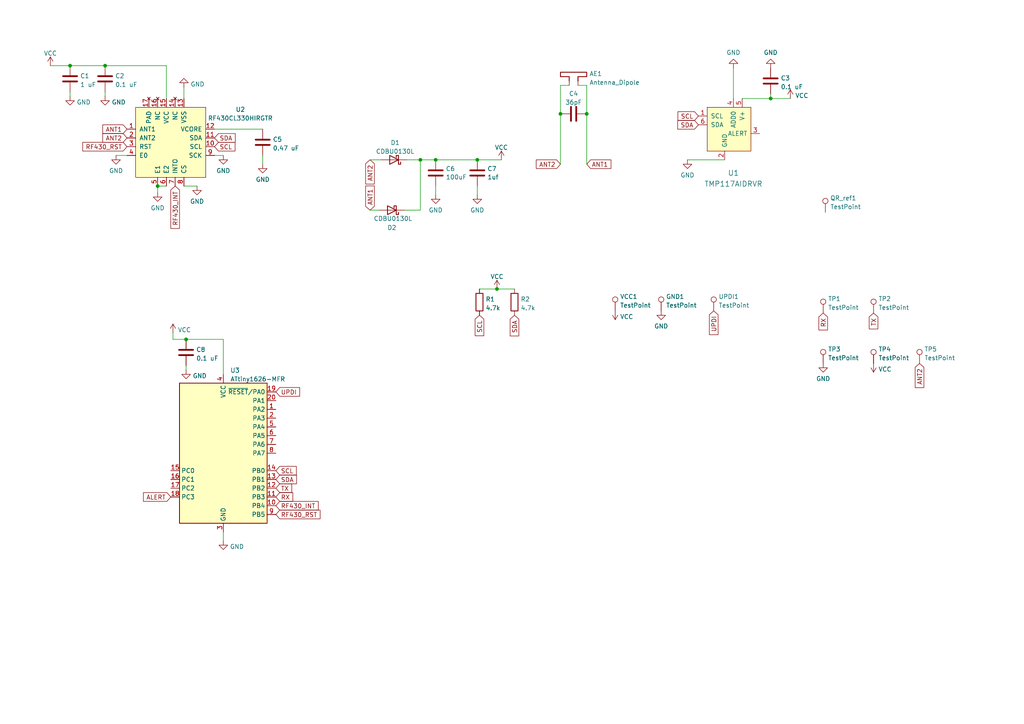
<source format=kicad_sch>
(kicad_sch (version 20231120) (generator "eeschema") (generator_version "8.0")
  (paper "A4")
  (lib_symbols
    (symbol "Connector:TestPoint" (pin_numbers hide) (pin_names (offset 0.762) hide)
      (property "Reference" "TP" (at 0 6.858 0))
      (property "Value" "TestPoint" (at 0 5.08 0))
      (symbol "TestPoint_0_1"
        (circle (center 0 3.302) (radius 0.762))
      )
      (symbol "TestPoint_1_1"
        (pin passive line (at 0 0 90) (length 2.54) (name "1") (number "1"))
      )
    )
    (symbol "Device:Antenna_Dipole" (pin_numbers hide) (pin_names (offset 1.016) hide)
      (property "Reference" "AE" (at 1.27 1.27 0))
      (property "Value" "Antenna_Dipole" (at 1.27 0 0))
      (symbol "Antenna_Dipole_0_1"
        (polyline (pts (xy 2.54 -3.81) (xy 2.54 -2.54) (xy 5.08 -2.54) (xy 5.08 -1.27) (xy -2.54 -1.27) (xy -2.54 -2.54) (xy 0 -2.54) (xy 0 -3.81)) (stroke (width 0.254)))
      )
      (symbol "Antenna_Dipole_1_1"
        (pin input line (at 0 -5.08 90) (length 2.54) (name "~") (number "1"))
        (pin input line (at 2.54 -5.08 90) (length 2.54) (name "~") (number "2"))
      )
    )
    (symbol "Device:C" (pin_numbers hide) (pin_names (offset 0.254))
      (property "Reference" "C" (at 0.635 2.54 0))
      (property "Value" "C" (at 0.635 -2.54 0))
      (symbol "C_0_1"
        (polyline (pts (xy -2.032 -0.762) (xy 2.032 -0.762)) (stroke (width 0.508)))
        (polyline (pts (xy -2.032 0.762) (xy 2.032 0.762)) (stroke (width 0.508)))
      )
      (symbol "C_1_1"
        (pin passive line (at 0 3.81 270) (length 2.794) (name "~") (number "1"))
        (pin passive line (at 0 -3.81 90) (length 2.794) (name "~") (number "2"))
      )
    )
    (symbol "Device:D_Schottky" (pin_numbers hide) (pin_names (offset 1.016) hide)
      (property "Reference" "D" (at 0 2.54 0))
      (property "Value" "D_Schottky" (at 0 -2.54 0))
      (symbol "D_Schottky_0_1"
        (polyline (pts (xy 1.27 0) (xy -1.27 0)))
        (polyline (pts (xy 1.27 1.27) (xy 1.27 -1.27) (xy -1.27 0) (xy 1.27 1.27)) (stroke (width 0.254)))
        (polyline (pts (xy -1.905 0.635) (xy -1.905 1.27) (xy -1.27 1.27) (xy -1.27 -1.27) (xy -0.635 -1.27) (xy -0.635 -0.635)) (stroke (width 0.254)))
      )
      (symbol "D_Schottky_1_1"
        (pin passive line (at -3.81 0 0) (length 2.54) (name "K") (number "1"))
        (pin passive line (at 3.81 0 180) (length 2.54) (name "A") (number "2"))
      )
    )
    (symbol "Device:R" (pin_numbers hide) (pin_names (offset 0))
      (property "Reference" "R" (at 2.032 0 90))
      (property "Value" "R" (at 0 0 90))
      (symbol "R_0_1"
        (rectangle (start -1.016 -2.54) (end 1.016 2.54) (stroke (width 0.254)))
      )
      (symbol "R_1_1"
        (pin passive line (at 0 3.81 270) (length 1.27) (name "~") (number "1"))
        (pin passive line (at 0 -3.81 90) (length 1.27) (name "~") (number "2"))
      )
    )
    (symbol "MCU_Microchip_ATtiny:ATtiny1626-M"
      (property "Reference" "U" (at -12.7 21.59 0))
      (property "Value" "ATtiny1626-M" (at 2.54 -21.59 0))
      (symbol "ATtiny1626-M_0_1"
        (rectangle (start -12.7 -20.32) (end 12.7 20.32) (stroke (width 0.254)) (fill (type background)))
      )
      (symbol "ATtiny1626-M_1_1"
        (pin bidirectional line (at 15.24 12.7 180) (length 2.54) (name "PA2") (number "1"))
        (pin bidirectional line (at 15.24 -15.24 180) (length 2.54) (name "PB4") (number "10"))
        (pin bidirectional line (at 15.24 -12.7 180) (length 2.54) (name "PB3") (number "11"))
        (pin bidirectional line (at 15.24 -10.16 180) (length 2.54) (name "PB2") (number "12"))
        (pin bidirectional line (at 15.24 -7.62 180) (length 2.54) (name "PB1") (number "13"))
        (pin bidirectional line (at 15.24 -5.08 180) (length 2.54) (name "PB0") (number "14"))
        (pin bidirectional line (at -15.24 -5.08 0) (length 2.54) (name "PC0") (number "15"))
        (pin bidirectional line (at -15.24 -7.62 0) (length 2.54) (name "PC1") (number "16"))
        (pin bidirectional line (at -15.24 -10.16 0) (length 2.54) (name "PC2") (number "17"))
        (pin bidirectional line (at -15.24 -12.7 0) (length 2.54) (name "PC3") (number "18"))
        (pin bidirectional line (at 15.24 17.78 180) (length 2.54) (name "~{RESET}/PA0") (number "19"))
        (pin bidirectional line (at 15.24 10.16 180) (length 2.54) (name "PA3") (number "2"))
        (pin bidirectional line (at 15.24 15.24 180) (length 2.54) (name "PA1") (number "20"))
        (pin passive line (at 0 -22.86 90) (length 2.54) hide (name "GND") (number "21"))
        (pin power_in line (at 0 -22.86 90) (length 2.54) (name "GND") (number "3"))
        (pin power_in line (at 0 22.86 270) (length 2.54) (name "VCC") (number "4"))
        (pin bidirectional line (at 15.24 7.62 180) (length 2.54) (name "PA4") (number "5"))
        (pin bidirectional line (at 15.24 5.08 180) (length 2.54) (name "PA5") (number "6"))
        (pin bidirectional line (at 15.24 2.54 180) (length 2.54) (name "PA6") (number "7"))
        (pin bidirectional line (at 15.24 0 180) (length 2.54) (name "PA7") (number "8"))
        (pin bidirectional line (at 15.24 -17.78 180) (length 2.54) (name "PB5") (number "9"))
      )
    )
    (symbol "dk_Temperature-Sensors-Analog-and-Digital-Output:TMP112AIDRLT" (pin_names (offset 1.016))
      (property "Reference" "U" (at -6.35 8.89 0))
      (property "Value" "TMP112AIDRLT" (at 0 -7.62 0))
      (symbol "TMP112AIDRLT_0_1"
        (rectangle (start -7.62 7.62) (end 5.08 -5.08) (fill (type background)))
      )
      (symbol "TMP112AIDRLT_1_1"
        (pin input line (at -10.16 5.08 0) (length 2.54) (name "SCL") (number "1"))
        (pin power_in line (at -2.54 -7.62 90) (length 2.54) (name "GND") (number "2"))
        (pin output line (at 7.62 0 180) (length 2.54) (name "ALERT") (number "3"))
        (pin power_in line (at 0 10.16 270) (length 2.54) (name "ADD0") (number "4"))
        (pin power_in line (at 2.54 10.16 270) (length 2.54) (name "V+") (number "5"))
        (pin bidirectional line (at -10.16 2.54 0) (length 2.54) (name "SDA") (number "6"))
      )
    )
    (symbol "power:GND" (power) (pin_names (offset 0))
      (property "Value" "GND" (at 0 -3.81 0))
      (symbol "GND_0_1"
        (polyline (pts (xy 0 0) (xy 0 -1.27) (xy 1.27 -1.27) (xy 0 -2.54) (xy -1.27 -1.27) (xy 0 -1.27)))
      )
      (symbol "GND_1_1"
        (pin power_in line (at 0 0 270) (length 0) hide (name "GND") (number "1"))
      )
    )
    (symbol "power:VCC" (power) (pin_names (offset 0))
      (property "Value" "VCC" (at 0 3.81 0))
      (symbol "VCC_0_1"
        (polyline (pts (xy -0.762 1.27) (xy 0 2.54)))
        (polyline (pts (xy 0 0) (xy 0 2.54)))
        (polyline (pts (xy 0 2.54) (xy 0.762 1.27)))
      )
      (symbol "VCC_1_1"
        (pin power_in line (at 0 0 90) (length 0) hide (name "VCC") (number "1"))
      )
    )
    (symbol "unsurv_offline_pcb_symbols:RF430CL330HIRGTR‎" (pin_names (offset 1.016))
      (property "Reference" "U" (at 10.16 15.24 0))
      (property "Value" "RF430CL330HIRGTR‎" (at 19.05 11.43 0))
      (symbol "RF430CL330HIRGTR‎_0_1"
        (rectangle (start 10.16 10.16) (end -10.16 -10.16) (fill (type background)))
      )
      (symbol "RF430CL330HIRGTR‎_1_1"
        (pin input line (at -12.7 3.81 0) (length 2.54) (name "ANT1") (number "1"))
        (pin input line (at 12.7 -1.27 180) (length 2.54) (name "SCL") (number "10"))
        (pin input line (at 12.7 1.27 180) (length 2.54) (name "SDA") (number "11"))
        (pin input line (at 12.7 3.81 180) (length 2.54) (name "VCORE") (number "12"))
        (pin input line (at 3.81 12.7 270) (length 2.54) (name "VSS") (number "13"))
        (pin no_connect line (at 1.27 12.7 270) (length 2.54) (name "NC") (number "14"))
        (pin input line (at -1.27 12.7 270) (length 2.54) (name "VCC") (number "15"))
        (pin no_connect line (at -3.81 12.7 270) (length 2.54) (name "NC") (number "16"))
        (pin no_connect line (at -6.35 12.7 270) (length 2.54) (name "PAD") (number "17"))
        (pin input line (at -12.7 1.27 0) (length 2.54) (name "ANT2") (number "2"))
        (pin input line (at -12.7 -1.27 0) (length 2.54) (name "RST") (number "3"))
        (pin input line (at -12.7 -3.81 0) (length 2.54) (name "E0") (number "4"))
        (pin input line (at -3.81 -12.7 90) (length 2.54) (name "E1") (number "5"))
        (pin input line (at -1.27 -12.7 90) (length 2.54) (name "E2") (number "6"))
        (pin input line (at 1.27 -12.7 90) (length 2.54) (name "INTO") (number "7"))
        (pin input line (at 3.81 -12.7 90) (length 2.54) (name "CS") (number "8"))
        (pin input line (at 12.7 -3.81 180) (length 2.54) (name "SCK") (number "9"))
      )
    )
  )
  (junction (at 126.365 46.355))
  (junction (at 144.145 83.82))
  (junction (at 223.52 28.575))
  (junction (at 20.32 19.05))
  (junction (at 121.92 46.355))
  (junction (at 53.975 98.425))
  (junction (at 162.56 33.02))
  (junction (at 45.72 53.975))
  (junction (at 170.18 33.02))
  (junction (at 30.48 19.05))
  (junction (at 138.43 46.355))
  (wire (pts (xy 20.32 26.67) (xy 20.32 27.94)))
  (wire (pts (xy 165.1 24.765) (xy 162.56 24.765)))
  (wire (pts (xy 138.43 53.975) (xy 138.43 56.515)))
  (wire (pts (xy 53.34 25.273) (xy 53.34 28.575)))
  (wire (pts (xy 139.065 83.82) (xy 144.145 83.82)))
  (wire (pts (xy 33.655 45.085) (xy 36.83 45.085)))
  (wire (pts (xy 62.23 45.085) (xy 64.77 45.085)))
  (wire (pts (xy 30.48 19.05) (xy 48.26 19.05)))
  (wire (pts (xy 53.975 106.045) (xy 53.975 107.315)))
  (wire (pts (xy 212.725 19.685) (xy 212.725 28.575)))
  (wire (pts (xy 126.365 53.975) (xy 126.365 56.515)))
  (wire (pts (xy 20.32 19.05) (xy 30.48 19.05)))
  (wire (pts (xy 170.18 33.02) (xy 170.18 24.765)))
  (wire (pts (xy 162.56 33.02) (xy 162.56 47.625)))
  (wire (pts (xy 121.92 60.96) (xy 121.92 46.355)))
  (wire (pts (xy 53.975 98.425) (xy 64.77 98.425)))
  (wire (pts (xy 30.48 26.67) (xy 30.48 27.94)))
  (wire (pts (xy 121.92 46.355) (xy 126.365 46.355)))
  (wire (pts (xy 118.11 46.355) (xy 121.92 46.355)))
  (wire (pts (xy 223.52 27.305) (xy 223.52 28.575)))
  (wire (pts (xy 170.18 24.765) (xy 167.64 24.765)))
  (wire (pts (xy 48.26 19.05) (xy 48.26 28.575)))
  (wire (pts (xy 14.605 19.05) (xy 20.32 19.05)))
  (wire (pts (xy 64.77 98.425) (xy 64.77 108.585)))
  (wire (pts (xy 162.56 24.765) (xy 162.56 33.02)))
  (wire (pts (xy 126.365 46.355) (xy 138.43 46.355)))
  (wire (pts (xy 138.43 46.355) (xy 145.415 46.355)))
  (wire (pts (xy 170.18 33.02) (xy 170.18 47.625)))
  (wire (pts (xy 144.145 83.82) (xy 149.225 83.82)))
  (wire (pts (xy 107.315 46.355) (xy 110.49 46.355)))
  (wire (pts (xy 76.2 45.085) (xy 76.2 47.625)))
  (wire (pts (xy 50.165 96.52) (xy 50.165 98.425)))
  (wire (pts (xy 199.39 46.355) (xy 210.185 46.355)))
  (wire (pts (xy 62.23 37.465) (xy 76.2 37.465)))
  (wire (pts (xy 45.72 53.975) (xy 45.72 55.88)))
  (wire (pts (xy 107.315 60.96) (xy 109.855 60.96)))
  (wire (pts (xy 215.265 28.575) (xy 223.52 28.575)))
  (wire (pts (xy 117.475 60.96) (xy 121.92 60.96)))
  (wire (pts (xy 50.165 98.425) (xy 53.975 98.425)))
  (wire (pts (xy 64.77 154.305) (xy 64.77 156.845)))
  (wire (pts (xy 45.72 53.975) (xy 48.26 53.975)))
  (wire (pts (xy 223.52 28.575) (xy 229.235 28.575)))
  (wire (pts (xy 53.34 53.975) (xy 57.15 53.975)))
  (global_label "UPDI" (shape input) (at 207.01 90.17 270) (property "Intersheetrefs" "${INTERSHEET_REFS}" (effects (hide yes))))
  (global_label "ANT2" (shape input) (at 266.7 105.41 270) (property "Intersheetrefs" "${INTERSHEET_REFS}" (effects (hide yes))))
  (global_label "ANT1" (shape input) (at 107.315 60.96 90) (property "Intersheetrefs" "${INTERSHEET_REFS}" (effects (hide yes))))
  (global_label "SCL" (shape input) (at 80.01 136.525 0) (property "Intersheetrefs" "${INTERSHEET_REFS}" (effects (hide yes))))
  (global_label "TX" (shape input) (at 80.01 141.605 0) (property "Intersheetrefs" "${INTERSHEET_REFS}" (effects (hide yes))))
  (global_label "TX" (shape input) (at 253.365 90.805 270) (property "Intersheetrefs" "${INTERSHEET_REFS}" (effects (hide yes))))
  (global_label "RF430_INT" (shape input) (at 50.8 53.975 270) (property "Intersheetrefs" "${INTERSHEET_REFS}" (effects (hide yes))))
  (global_label "SCL" (shape input) (at 62.23 42.545 0) (property "Intersheetrefs" "${INTERSHEET_REFS}" (effects (hide yes))))
  (global_label "RF430_INT" (shape input) (at 80.01 146.685 0) (property "Intersheetrefs" "${INTERSHEET_REFS}" (effects (hide yes))))
  (global_label "ALERT" (shape input) (at 49.53 144.145 180) (property "Intersheetrefs" "${INTERSHEET_REFS}" (effects (hide yes))))
  (global_label "UPDI" (shape input) (at 80.01 113.665 0) (property "Intersheetrefs" "${INTERSHEET_REFS}" (effects (hide yes))))
  (global_label "RF430_RST" (shape input) (at 36.83 42.545 180) (property "Intersheetrefs" "${INTERSHEET_REFS}" (effects (hide yes))))
  (global_label "SCL" (shape input) (at 202.565 33.655 180) (property "Intersheetrefs" "${INTERSHEET_REFS}" (effects (hide yes))))
  (global_label "RF430_RST" (shape input) (at 80.01 149.225 0) (property "Intersheetrefs" "${INTERSHEET_REFS}" (effects (hide yes))))
  (global_label "ANT2" (shape input) (at 36.83 40.005 180) (property "Intersheetrefs" "${INTERSHEET_REFS}" (effects (hide yes))))
  (global_label "RX" (shape input) (at 80.01 144.145 0) (property "Intersheetrefs" "${INTERSHEET_REFS}" (effects (hide yes))))
  (global_label "RX" (shape input) (at 238.76 90.805 270) (property "Intersheetrefs" "${INTERSHEET_REFS}" (effects (hide yes))))
  (global_label "SDA" (shape input) (at 149.225 91.44 270) (property "Intersheetrefs" "${INTERSHEET_REFS}" (effects (hide yes))))
  (global_label "ANT2" (shape input) (at 162.56 47.625 180) (property "Intersheetrefs" "${INTERSHEET_REFS}" (effects (hide yes))))
  (global_label "SDA" (shape input) (at 80.01 139.065 0) (property "Intersheetrefs" "${INTERSHEET_REFS}" (effects (hide yes))))
  (global_label "SDA" (shape input) (at 62.23 40.005 0) (property "Intersheetrefs" "${INTERSHEET_REFS}" (effects (hide yes))))
  (global_label "ANT1" (shape input) (at 170.18 47.625 0) (property "Intersheetrefs" "${INTERSHEET_REFS}" (effects (hide yes))))
  (global_label "SCL" (shape input) (at 139.065 91.44 270) (property "Intersheetrefs" "${INTERSHEET_REFS}" (effects (hide yes))))
  (global_label "ANT1" (shape input) (at 36.83 37.465 180) (property "Intersheetrefs" "${INTERSHEET_REFS}" (effects (hide yes))))
  (global_label "ANT2" (shape input) (at 107.315 46.355 270) (property "Intersheetrefs" "${INTERSHEET_REFS}" (effects (hide yes))))
  (global_label "SDA" (shape input) (at 202.565 36.195 180) (property "Intersheetrefs" "${INTERSHEET_REFS}" (effects (hide yes))))
  (symbol (lib_id "Device:C") (at 76.2 41.275 0) (unit 1)
    (property "Reference" "C5" (at 79.121 40.4403 0) (effects (justify left)))
    (property "Value" "0.47 uF" (at 79.121 42.9772 0) (effects (justify left)))
    (property "Footprint" "Capacitor_SMD:C_0603_1608Metric" (effects (hide yes)))
  )
  (symbol (lib_id "power:GND") (at 45.72 55.88 0) (unit 1)
    (property "Reference" "#PWR014" (effects (hide yes)))
    (property "Value" "GND" (at 45.72 60.3234 0))
  )
  (symbol (lib_id "unsurv_offline_pcb_symbols:RF430CL330HIRGTR‎") (at 49.53 41.275 0) (unit 1)
    (property "Reference" "U2" (at 69.7177 31.7585 0))
    (property "Value" "RF430CL330HIRGTR‎" (at 69.7177 34.2954 0))
    (property "Footprint" "unsurv_offline_pcb_footprints:RF430_3x3mm_regular_noBCu" (effects (hide yes)))
  )
  (symbol (lib_id "Connector:TestPoint") (at 207.01 90.17 0) (unit 1)
    (property "Reference" "UPDI1" (at 208.407 86.0333 0) (effects (justify left)))
    (property "Value" "TestPoint" (at 208.407 88.5702 0) (effects (justify left)))
    (property "Footprint" "TestPoint:TestPoint_Pad_D1.0mm" (effects (hide yes)))
  )
  (symbol (lib_id "power:VCC") (at 253.365 105.41 180) (unit 1)
    (property "Reference" "#PWR022" (effects (hide yes)))
    (property "Value" "VCC" (at 254.762 107.1138 0) (effects (justify right)))
  )
  (symbol (lib_id "Device:D_Schottky") (at 113.665 60.96 180) (unit 1)
    (property "Reference" "D2" (at 113.665 66.04 0))
    (property "Value" "CDBU0130L" (at 113.9825 63.3929 0))
    (property "Footprint" "Diode_SMD:D_0603_1608Metric" (effects (hide yes)))
  )
  (symbol (lib_id "Device:D_Schottky") (at 114.3 46.355 180) (unit 1)
    (property "Reference" "D1" (at 114.6175 41.3852 0))
    (property "Value" "CDBU0130L" (at 114.6175 43.9221 0))
    (property "Footprint" "Diode_SMD:D_0603_1608Metric" (effects (hide yes)))
  )
  (symbol (lib_id "Device:C") (at 20.32 22.86 0) (unit 1)
    (property "Reference" "C1" (at 23.241 22.0253 0) (effects (justify left)))
    (property "Value" "1 uF" (at 23.241 24.5622 0) (effects (justify left)))
    (property "Footprint" "Capacitor_SMD:C_0603_1608Metric" (effects (hide yes)))
  )
  (symbol (lib_id "Device:C") (at 126.365 50.165 0) (unit 1)
    (property "Reference" "C6" (at 129.286 48.9528 0) (effects (justify left)))
    (property "Value" "100uF" (at 129.286 51.3771 0) (effects (justify left)))
    (property "Footprint" "Capacitor_SMD:C_0603_1608Metric" (effects (hide yes)))
    (property "MPN" "298W107X0004M2T" (effects (hide yes)))
  )
  (symbol (lib_id "power:VCC") (at 229.235 28.575 0) (unit 1)
    (property "Reference" "#PWR07" (effects (hide yes)))
    (property "Value" "VCC" (at 230.632 27.7388 0) (effects (justify left)))
  )
  (symbol (lib_id "power:GND") (at 191.77 90.17 0) (unit 1)
    (property "Reference" "#PWR019" (effects (hide yes)))
    (property "Value" "GND" (at 191.77 94.6134 0))
  )
  (symbol (lib_id "Connector:TestPoint") (at 238.76 90.805 0) (unit 1)
    (property "Reference" "TP1" (at 240.157 86.6683 0) (effects (justify left)))
    (property "Value" "TestPoint" (at 240.157 89.2052 0) (effects (justify left)))
    (property "Footprint" "TestPoint:TestPoint_Pad_D1.0mm" (effects (hide yes)))
  )
  (symbol (lib_id "Device:R") (at 149.225 87.63 0) (unit 1)
    (property "Reference" "R2" (at 151.003 86.7953 0) (effects (justify left)))
    (property "Value" "4.7k" (at 151.003 89.3322 0) (effects (justify left)))
    (property "Footprint" "Resistor_SMD:R_0603_1608Metric" (effects (hide yes)))
  )
  (symbol (lib_id "power:VCC") (at 145.415 46.355 0) (unit 1)
    (property "Reference" "#PWR010" (effects (hide yes)))
    (property "Value" "VCC" (at 145.415 42.7792 0))
  )
  (symbol (lib_id "Connector:TestPoint") (at 238.76 105.41 0) (unit 1)
    (property "Reference" "TP3" (at 240.157 101.2733 0) (effects (justify left)))
    (property "Value" "TestPoint" (at 240.157 103.8102 0) (effects (justify left)))
    (property "Footprint" "TestPoint:TestPoint_Pad_D1.0mm" (effects (hide yes)))
  )
  (symbol (lib_id "Connector:TestPoint") (at 239.395 61.595 0) (unit 1)
    (property "Reference" "QR_ref1" (at 240.792 57.4583 0) (effects (justify left)))
    (property "Value" "TestPoint" (at 240.792 59.9952 0) (effects (justify left)))
    (property "Footprint" "unsurv_offline_pcb_footprints:QR_shop" (effects (hide yes)))
  )
  (symbol (lib_id "dk_Temperature-Sensors-Analog-and-Digital-Output:TMP112AIDRLT") (at 212.725 38.735 0) (unit 1)
    (property "Reference" "U1" (at 212.725 50.165 0) (effects (font (size 1.524 1.524))))
    (property "Value" "TMP117AIDRVR" (at 212.725 53.34 0) (effects (font (size 1.524 1.524))))
    (property "Footprint" "unsurv_offline_pcb_footprints:TMP117 WSON-6-1EP_2x2mm_P0.65mm_no_pad_paste" (effects (hide yes)))
    (property "Datasheet" "http://www.ti.com/general/docs/suppproductinfo.tsp?distId=10&gotoUrl=http%3A%2F%2Fwww.ti.com%2Flit%2Fgpn%2Ftmp112" (effects (hide yes)))
    (property "Description" "SENSOR DIGITAL -40C-125C SOT563" (effects (hide yes)))
    (property "Digi-Key_PN" "296-24621-1-ND" (effects (hide yes)))
    (property "MPN" "TMP117AIDRVR" (effects (hide yes)))
    (property "Category" "Sensors, Transducers" (effects (hide yes)))
    (property "Family" "Temperature Sensors - Analog and Digital Output" (effects (hide yes)))
    (property "DK_Datasheet_Link" "http://www.ti.com/general/docs/suppproductinfo.tsp?distId=10&gotoUrl=http%3A%2F%2Fwww.ti.com%2Flit%2Fgpn%2Ftmp112" (effects (hide yes)))
    (property "DK_Detail_Page" "/product-detail/en/texas-instruments/TMP112AIDRLT/296-24621-1-ND/2090130" (effects (hide yes)))
    (property "Manufacturer" "Texas Instruments" (effects (hide yes)))
    (property "Status" "Active" (effects (hide yes)))
  )
  (symbol (lib_id "power:GND") (at 223.52 19.685 180) (unit 1)
    (property "Reference" "#PWR03" (effects (hide yes)))
    (property "Value" "GND" (at 223.52 15.2416 0))
  )
  (symbol (lib_id "Connector:TestPoint") (at 191.77 90.17 0) (unit 1)
    (property "Reference" "GND1" (at 193.167 86.0333 0) (effects (justify left)))
    (property "Value" "TestPoint" (at 193.167 88.5702 0) (effects (justify left)))
    (property "Footprint" "TestPoint:TestPoint_Pad_D1.0mm" (effects (hide yes)))
  )
  (symbol (lib_id "power:VCC") (at 144.145 83.82 0) (unit 1)
    (property "Reference" "#PWR017" (effects (hide yes)))
    (property "Value" "VCC" (at 144.145 80.2442 0))
  )
  (symbol (lib_id "Connector:TestPoint") (at 266.7 105.41 0) (unit 1)
    (property "Reference" "TP5" (at 268.097 101.2733 0) (effects (justify left)))
    (property "Value" "TestPoint" (at 268.097 103.8102 0) (effects (justify left)))
    (property "Footprint" "TestPoint:TestPoint_Pad_D1.0mm" (effects (hide yes)))
  )
  (symbol (lib_id "Device:C") (at 223.52 23.495 180) (unit 1)
    (property "Reference" "C3" (at 226.441 22.6603 0) (effects (justify right)))
    (property "Value" "0.1 uF" (at 226.441 25.1972 0) (effects (justify right)))
    (property "Footprint" "Capacitor_SMD:C_0402_1005Metric" (effects (hide yes)))
  )
  (symbol (lib_id "power:GND") (at 53.34 25.273 180) (unit 1)
    (property "Reference" "#PWR04" (effects (hide yes)))
    (property "Value" "GND" (at 55.245 24.4368 0) (effects (justify right)))
  )
  (symbol (lib_id "power:GND") (at 64.77 45.085 0) (unit 1)
    (property "Reference" "#PWR09" (effects (hide yes)))
    (property "Value" "GND" (at 64.77 49.5284 0))
  )
  (symbol (lib_id "power:GND") (at 33.655 45.085 0) (unit 1)
    (property "Reference" "#PWR08" (effects (hide yes)))
    (property "Value" "GND" (at 33.655 49.5284 0))
  )
  (symbol (lib_id "Device:R") (at 139.065 87.63 0) (unit 1)
    (property "Reference" "R1" (at 140.843 86.7953 0) (effects (justify left)))
    (property "Value" "4.7k" (at 140.843 89.3322 0) (effects (justify left)))
    (property "Footprint" "Resistor_SMD:R_0603_1608Metric" (effects (hide yes)))
  )
  (symbol (lib_id "Connector:TestPoint") (at 178.435 90.17 0) (unit 1)
    (property "Reference" "VCC1" (at 179.832 86.0333 0) (effects (justify left)))
    (property "Value" "TestPoint" (at 179.832 88.5702 0) (effects (justify left)))
    (property "Footprint" "TestPoint:TestPoint_Pad_D1.0mm" (effects (hide yes)))
  )
  (symbol (lib_id "power:GND") (at 199.39 46.355 0) (unit 1)
    (property "Reference" "#PWR011" (effects (hide yes)))
    (property "Value" "GND" (at 199.39 50.7984 0))
  )
  (symbol (lib_id "Device:C") (at 53.975 102.235 0) (unit 1)
    (property "Reference" "C8" (at 56.896 101.4003 0) (effects (justify left)))
    (property "Value" "0.1 uF" (at 56.896 103.9372 0) (effects (justify left)))
    (property "Footprint" "Capacitor_SMD:C_0603_1608Metric" (effects (hide yes)))
  )
  (symbol (lib_id "power:GND") (at 76.2 47.625 0) (unit 1)
    (property "Reference" "#PWR012" (effects (hide yes)))
    (property "Value" "GND" (at 76.2 52.0684 0))
  )
  (symbol (lib_id "Device:C") (at 166.37 33.02 90) (unit 1)
    (property "Reference" "C4" (at 166.37 27.1612 90))
    (property "Value" "36pF" (at 166.37 29.6981 90))
    (property "Footprint" "Capacitor_SMD:C_0402_1005Metric" (effects (hide yes)))
  )
  (symbol (lib_id "MCU_Microchip_ATtiny:ATtiny1626-M") (at 64.77 131.445 0) (unit 1)
    (property "Reference" "U3" (at 66.7894 107.4252 0) (effects (justify left)))
    (property "Value" "ATtiny1626-MFR" (at 66.7894 109.9621 0) (effects (justify left)))
    (property "Footprint" "unsurv_offline_pcb_footprints:VQFN-20-1EP_3x3mm_P0.4mm_EP1.7x1.7mm_edited" (effects (hide yes)))
    (property "Datasheet" "https://ww1.microchip.com/downloads/en/DeviceDoc/ATtiny1624-26-27-DataSheet-DS40002234A.pdf" (effects (hide yes)))
  )
  (symbol (lib_id "Connector:TestPoint") (at 253.365 90.805 0) (unit 1)
    (property "Reference" "TP2" (at 254.762 86.6683 0) (effects (justify left)))
    (property "Value" "TestPoint" (at 254.762 89.2052 0) (effects (justify left)))
    (property "Footprint" "TestPoint:TestPoint_Pad_D1.0mm" (effects (hide yes)))
  )
  (symbol (lib_id "power:GND") (at 138.43 56.515 0) (unit 1)
    (property "Reference" "#PWR016" (effects (hide yes)))
    (property "Value" "GND" (at 138.43 60.9584 0))
  )
  (symbol (lib_id "power:VCC") (at 178.435 90.17 180) (unit 1)
    (property "Reference" "#PWR018" (effects (hide yes)))
    (property "Value" "VCC" (at 179.832 91.8738 0) (effects (justify right)))
  )
  (symbol (lib_id "Device:Antenna_Dipole") (at 167.64 19.685 0) (mirror y) (unit 1)
    (property "Reference" "AE1" (at 170.942 21.3903 0) (effects (justify right)))
    (property "Value" "Antenna_Dipole" (at 170.942 23.9272 0) (effects (justify right)))
    (property "Footprint" "unsurv_offline_pcb_footprints:35_18_1_9nH" (effects (hide yes)))
  )
  (symbol (lib_id "power:GND") (at 238.76 105.41 0) (unit 1)
    (property "Reference" "#PWR021" (effects (hide yes)))
    (property "Value" "GND" (at 238.76 109.8534 0))
  )
  (symbol (lib_id "power:GND") (at 57.15 53.975 0) (unit 1)
    (property "Reference" "#PWR013" (effects (hide yes)))
    (property "Value" "GND" (at 57.15 58.4184 0))
  )
  (symbol (lib_id "power:GND") (at 126.365 56.515 0) (unit 1)
    (property "Reference" "#PWR015" (effects (hide yes)))
    (property "Value" "GND" (at 126.365 60.9584 0))
  )
  (symbol (lib_id "power:GND") (at 20.32 27.94 0) (unit 1)
    (property "Reference" "#PWR05" (effects (hide yes)))
    (property "Value" "GND" (at 22.225 29.6438 0) (effects (justify left)))
  )
  (symbol (lib_id "Device:C") (at 30.48 22.86 0) (unit 1)
    (property "Reference" "C2" (at 33.401 22.0253 0) (effects (justify left)))
    (property "Value" "0.1 uF" (at 33.401 24.5622 0) (effects (justify left)))
    (property "Footprint" "Capacitor_SMD:C_0603_1608Metric" (effects (hide yes)))
  )
  (symbol (lib_id "power:GND") (at 64.77 156.845 0) (unit 1)
    (property "Reference" "#PWR024" (effects (hide yes)))
    (property "Value" "GND" (at 66.675 158.5488 0) (effects (justify left)))
  )
  (symbol (lib_id "Device:C") (at 138.43 50.165 0) (unit 1)
    (property "Reference" "C7" (at 141.351 48.9528 0) (effects (justify left)))
    (property "Value" "1uf" (at 141.351 51.3771 0) (effects (justify left)))
    (property "Footprint" "Capacitor_SMD:C_0603_1608Metric" (effects (hide yes)))
  )
  (symbol (lib_id "power:GND") (at 30.48 27.94 0) (unit 1)
    (property "Reference" "#PWR06" (effects (hide yes)))
    (property "Value" "GND" (at 32.385 29.6438 0) (effects (justify left)))
  )
  (symbol (lib_id "power:GND") (at 53.975 107.315 0) (unit 1)
    (property "Reference" "#PWR023" (effects (hide yes)))
    (property "Value" "GND" (at 55.88 109.0188 0) (effects (justify left)))
  )
  (symbol (lib_id "Connector:TestPoint") (at 253.365 105.41 0) (unit 1)
    (property "Reference" "TP4" (at 254.762 101.2733 0) (effects (justify left)))
    (property "Value" "TestPoint" (at 254.762 103.8102 0) (effects (justify left)))
    (property "Footprint" "TestPoint:TestPoint_Pad_D1.0mm" (effects (hide yes)))
  )
  (symbol (lib_id "power:VCC") (at 50.165 96.52 0) (unit 1)
    (property "Reference" "#PWR020" (effects (hide yes)))
    (property "Value" "VCC" (at 51.562 95.6838 0) (effects (justify left)))
  )
  (symbol (lib_id "power:GND") (at 212.725 19.685 180) (unit 1)
    (property "Reference" "#PWR02" (effects (hide yes)))
    (property "Value" "GND" (at 212.725 15.2416 0))
  )
  (symbol (lib_id "power:VCC") (at 14.605 19.05 0) (unit 1)
    (property "Reference" "#PWR01" (effects (hide yes)))
    (property "Value" "VCC" (at 14.605 15.4742 0))
  )
)
</source>
